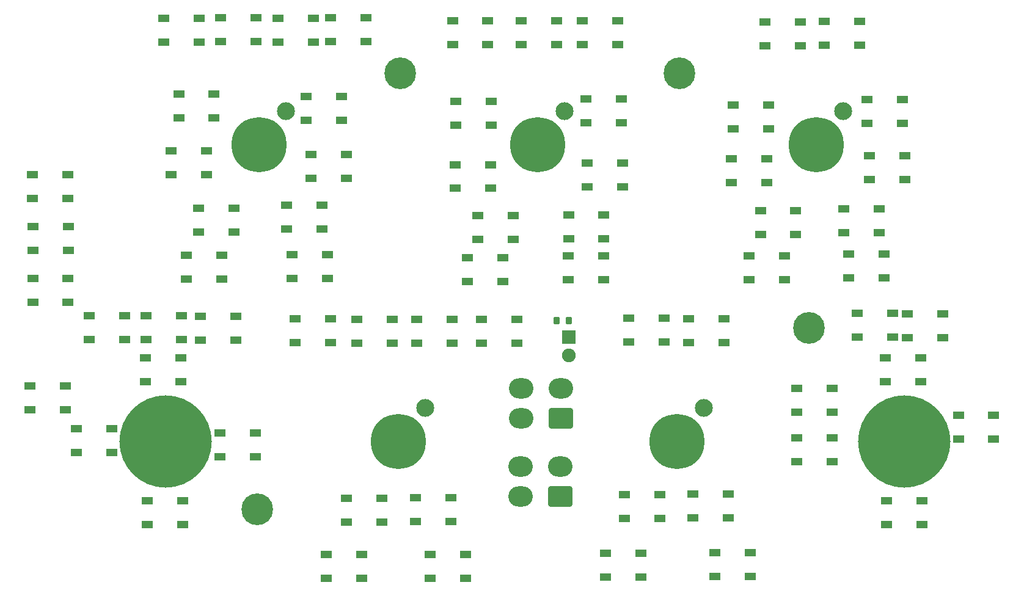
<source format=gbr>
%TF.GenerationSoftware,KiCad,Pcbnew,(6.0.9)*%
%TF.CreationDate,2022-12-27T05:54:40-09:00*%
%TF.ProjectId,PCB_ INTR LT PANEL,5043422c-2049-44e5-9452-204c54205041,rev?*%
%TF.SameCoordinates,Original*%
%TF.FileFunction,Soldermask,Top*%
%TF.FilePolarity,Negative*%
%FSLAX46Y46*%
G04 Gerber Fmt 4.6, Leading zero omitted, Abs format (unit mm)*
G04 Created by KiCad (PCBNEW (6.0.9)) date 2022-12-27 05:54:40*
%MOMM*%
%LPD*%
G01*
G04 APERTURE LIST*
G04 Aperture macros list*
%AMRoundRect*
0 Rectangle with rounded corners*
0 $1 Rounding radius*
0 $2 $3 $4 $5 $6 $7 $8 $9 X,Y pos of 4 corners*
0 Add a 4 corners polygon primitive as box body*
4,1,4,$2,$3,$4,$5,$6,$7,$8,$9,$2,$3,0*
0 Add four circle primitives for the rounded corners*
1,1,$1+$1,$2,$3*
1,1,$1+$1,$4,$5*
1,1,$1+$1,$6,$7*
1,1,$1+$1,$8,$9*
0 Add four rect primitives between the rounded corners*
20,1,$1+$1,$2,$3,$4,$5,0*
20,1,$1+$1,$4,$5,$6,$7,0*
20,1,$1+$1,$6,$7,$8,$9,0*
20,1,$1+$1,$8,$9,$2,$3,0*%
G04 Aperture macros list end*
%ADD10RoundRect,0.250000X0.200000X0.275000X-0.200000X0.275000X-0.200000X-0.275000X0.200000X-0.275000X0*%
%ADD11RoundRect,0.300001X1.399999X-1.099999X1.399999X1.099999X-1.399999X1.099999X-1.399999X-1.099999X0*%
%ADD12O,3.400000X2.800000*%
%ADD13RoundRect,0.050000X-0.750000X-0.450000X0.750000X-0.450000X0.750000X0.450000X-0.750000X0.450000X0*%
%ADD14RoundRect,0.050000X-0.900000X0.900000X-0.900000X-0.900000X0.900000X-0.900000X0.900000X0.900000X0*%
%ADD15C,1.900000*%
%ADD16C,12.800000*%
%ADD17C,7.640752*%
%ADD18C,2.481250*%
%ADD19C,4.400000*%
G04 APERTURE END LIST*
D10*
%TO.C,R1*%
X116395000Y-91186000D03*
X114745000Y-91186000D03*
%TD*%
D11*
%TO.C,J2*%
X115250000Y-115600000D03*
D12*
X115250000Y-111400000D03*
X109750000Y-115600000D03*
X109750000Y-111400000D03*
%TD*%
D11*
%TO.C,J1*%
X115300000Y-104750000D03*
D12*
X115300000Y-100550000D03*
X109800000Y-104750000D03*
X109800000Y-100550000D03*
%TD*%
D13*
%TO.C,D66*%
X57990400Y-116155000D03*
X57990400Y-119455000D03*
X62890400Y-119455000D03*
X62890400Y-116155000D03*
%TD*%
%TO.C,D65*%
X48133000Y-106173000D03*
X48133000Y-109473000D03*
X53033000Y-109473000D03*
X53033000Y-106173000D03*
%TD*%
%TO.C,D64*%
X57711000Y-96317600D03*
X57711000Y-99617600D03*
X62611000Y-99617600D03*
X62611000Y-96317600D03*
%TD*%
%TO.C,D63*%
X68035000Y-106783000D03*
X68035000Y-110083000D03*
X72935000Y-110083000D03*
X72935000Y-106783000D03*
%TD*%
%TO.C,D62*%
X82831600Y-123572000D03*
X82831600Y-126872000D03*
X87731600Y-126872000D03*
X87731600Y-123572000D03*
%TD*%
%TO.C,D61*%
X85574800Y-115799000D03*
X85574800Y-119099000D03*
X90474800Y-119099000D03*
X90474800Y-115799000D03*
%TD*%
%TO.C,D60*%
X95150600Y-115749000D03*
X95150600Y-119049000D03*
X100050600Y-119049000D03*
X100050600Y-115749000D03*
%TD*%
%TO.C,D59*%
X97208000Y-123597000D03*
X97208000Y-126897000D03*
X102108000Y-126897000D03*
X102108000Y-123597000D03*
%TD*%
%TO.C,D58*%
X121490000Y-123419000D03*
X121490000Y-126719000D03*
X126390000Y-126719000D03*
X126390000Y-123419000D03*
%TD*%
%TO.C,D57*%
X124125000Y-115275000D03*
X124125000Y-118575000D03*
X129025000Y-118575000D03*
X129025000Y-115275000D03*
%TD*%
%TO.C,D56*%
X133625000Y-115250000D03*
X133625000Y-118550000D03*
X138525000Y-118550000D03*
X138525000Y-115250000D03*
%TD*%
%TO.C,D55*%
X136629000Y-123394000D03*
X136629000Y-126694000D03*
X141529000Y-126694000D03*
X141529000Y-123394000D03*
%TD*%
%TO.C,D54*%
X148008000Y-100560000D03*
X148008000Y-103860000D03*
X152908000Y-103860000D03*
X152908000Y-100560000D03*
%TD*%
%TO.C,D53*%
X147983000Y-107469000D03*
X147983000Y-110769000D03*
X152883000Y-110769000D03*
X152883000Y-107469000D03*
%TD*%
%TO.C,D52*%
X160466000Y-116155000D03*
X160466000Y-119455000D03*
X165366000Y-119455000D03*
X165366000Y-116155000D03*
%TD*%
%TO.C,D51*%
X170385000Y-104268000D03*
X170385000Y-107568000D03*
X175285000Y-107568000D03*
X175285000Y-104268000D03*
%TD*%
%TO.C,D50*%
X160276000Y-96317600D03*
X160276000Y-99617600D03*
X165176000Y-99617600D03*
X165176000Y-96317600D03*
%TD*%
%TO.C,D49*%
X163299000Y-90247400D03*
X163299000Y-93547400D03*
X168199000Y-93547400D03*
X168199000Y-90247400D03*
%TD*%
%TO.C,D48*%
X156339000Y-90196200D03*
X156339000Y-93496200D03*
X161239000Y-93496200D03*
X161239000Y-90196200D03*
%TD*%
%TO.C,D47*%
X155171000Y-81915800D03*
X155171000Y-85215800D03*
X160071000Y-85215800D03*
X160071000Y-81915800D03*
%TD*%
%TO.C,D46*%
X154522000Y-75667600D03*
X154522000Y-78967600D03*
X159422000Y-78967600D03*
X159422000Y-75667600D03*
%TD*%
%TO.C,D45*%
X158100000Y-68300000D03*
X158100000Y-71600000D03*
X163000000Y-71600000D03*
X163000000Y-68300000D03*
%TD*%
%TO.C,D44*%
X157725000Y-60525000D03*
X157725000Y-63825000D03*
X162625000Y-63825000D03*
X162625000Y-60525000D03*
%TD*%
%TO.C,D43*%
X139200000Y-61275000D03*
X139200000Y-64575000D03*
X144100000Y-64575000D03*
X144100000Y-61275000D03*
%TD*%
%TO.C,D42*%
X138925000Y-68725000D03*
X138925000Y-72025000D03*
X143825000Y-72025000D03*
X143825000Y-68725000D03*
%TD*%
%TO.C,D41*%
X142953000Y-75921400D03*
X142953000Y-79221400D03*
X147853000Y-79221400D03*
X147853000Y-75921400D03*
%TD*%
%TO.C,D40*%
X141351000Y-82195200D03*
X141351000Y-85495200D03*
X146251000Y-85495200D03*
X146251000Y-82195200D03*
%TD*%
%TO.C,D39*%
X132971000Y-90907400D03*
X132971000Y-94207400D03*
X137871000Y-94207400D03*
X137871000Y-90907400D03*
%TD*%
%TO.C,D38*%
X124702000Y-90856800D03*
X124702000Y-94156800D03*
X129602000Y-94156800D03*
X129602000Y-90856800D03*
%TD*%
%TO.C,D37*%
X116360000Y-82221000D03*
X116360000Y-85521000D03*
X121260000Y-85521000D03*
X121260000Y-82221000D03*
%TD*%
%TO.C,D36*%
X116371000Y-76556600D03*
X116371000Y-79856600D03*
X121271000Y-79856600D03*
X121271000Y-76556600D03*
%TD*%
%TO.C,D35*%
X118925000Y-69300000D03*
X118925000Y-72600000D03*
X123825000Y-72600000D03*
X123825000Y-69300000D03*
%TD*%
%TO.C,D34*%
X118775000Y-60475000D03*
X118775000Y-63775000D03*
X123675000Y-63775000D03*
X123675000Y-60475000D03*
%TD*%
%TO.C,D33*%
X100725000Y-60825000D03*
X100725000Y-64125000D03*
X105625000Y-64125000D03*
X105625000Y-60825000D03*
%TD*%
%TO.C,D32*%
X100650000Y-69550000D03*
X100650000Y-72850000D03*
X105550000Y-72850000D03*
X105550000Y-69550000D03*
%TD*%
%TO.C,D31*%
X103761000Y-76658000D03*
X103761000Y-79958000D03*
X108661000Y-79958000D03*
X108661000Y-76658000D03*
%TD*%
%TO.C,D30*%
X102362000Y-82449200D03*
X102362000Y-85749200D03*
X107262000Y-85749200D03*
X107262000Y-82449200D03*
%TD*%
%TO.C,D29*%
X104281000Y-90983800D03*
X104281000Y-94283800D03*
X109181000Y-94283800D03*
X109181000Y-90983800D03*
%TD*%
%TO.C,D28*%
X95340000Y-90983800D03*
X95340000Y-94283800D03*
X100240000Y-94283800D03*
X100240000Y-90983800D03*
%TD*%
%TO.C,D27*%
X86997200Y-91009000D03*
X86997200Y-94309000D03*
X91897200Y-94309000D03*
X91897200Y-91009000D03*
%TD*%
%TO.C,D26*%
X78499800Y-90933000D03*
X78499800Y-94233000D03*
X83399800Y-94233000D03*
X83399800Y-90933000D03*
%TD*%
%TO.C,D25*%
X78042600Y-82068400D03*
X78042600Y-85368400D03*
X82942600Y-85368400D03*
X82942600Y-82068400D03*
%TD*%
%TO.C,D24*%
X77292200Y-75210200D03*
X77292200Y-78510200D03*
X82192200Y-78510200D03*
X82192200Y-75210200D03*
%TD*%
%TO.C,D23*%
X80675000Y-68150000D03*
X80675000Y-71450000D03*
X85575000Y-71450000D03*
X85575000Y-68150000D03*
%TD*%
%TO.C,D22*%
X79975000Y-60125000D03*
X79975000Y-63425000D03*
X84875000Y-63425000D03*
X84875000Y-60125000D03*
%TD*%
%TO.C,D21*%
X62350000Y-59800000D03*
X62350000Y-63100000D03*
X67250000Y-63100000D03*
X67250000Y-59800000D03*
%TD*%
%TO.C,D20*%
X61300000Y-67650000D03*
X61300000Y-70950000D03*
X66200000Y-70950000D03*
X66200000Y-67650000D03*
%TD*%
%TO.C,D19*%
X65088600Y-75566000D03*
X65088600Y-78866000D03*
X69988600Y-78866000D03*
X69988600Y-75566000D03*
%TD*%
%TO.C,D18*%
X63423800Y-82119000D03*
X63423800Y-85419000D03*
X68323800Y-85419000D03*
X68323800Y-82119000D03*
%TD*%
%TO.C,D17*%
X65331000Y-90602600D03*
X65331000Y-93902600D03*
X70231000Y-93902600D03*
X70231000Y-90602600D03*
%TD*%
%TO.C,D16*%
X57785000Y-90526400D03*
X57785000Y-93826400D03*
X62685000Y-93826400D03*
X62685000Y-90526400D03*
%TD*%
%TO.C,D15*%
X49936400Y-90475600D03*
X49936400Y-93775600D03*
X54836400Y-93775600D03*
X54836400Y-90475600D03*
%TD*%
%TO.C,D14*%
X41759800Y-100204000D03*
X41759800Y-103504000D03*
X46659800Y-103504000D03*
X46659800Y-100204000D03*
%TD*%
%TO.C,D13*%
X42115400Y-85344800D03*
X42115400Y-88644800D03*
X47015400Y-88644800D03*
X47015400Y-85344800D03*
%TD*%
%TO.C,D12*%
X42127000Y-78131400D03*
X42127000Y-81431400D03*
X47027000Y-81431400D03*
X47027000Y-78131400D03*
%TD*%
%TO.C,D11*%
X42064600Y-70968400D03*
X42064600Y-74268400D03*
X46964600Y-74268400D03*
X46964600Y-70968400D03*
%TD*%
%TO.C,D10*%
X60299600Y-49251400D03*
X60299600Y-52551400D03*
X65199600Y-52551400D03*
X65199600Y-49251400D03*
%TD*%
%TO.C,D9*%
X68122800Y-49226000D03*
X68122800Y-52526000D03*
X73022800Y-52526000D03*
X73022800Y-49226000D03*
%TD*%
%TO.C,D8*%
X76126000Y-49251800D03*
X76126000Y-52551800D03*
X81026000Y-52551800D03*
X81026000Y-49251800D03*
%TD*%
%TO.C,D7*%
X83390400Y-49200600D03*
X83390400Y-52500600D03*
X88290400Y-52500600D03*
X88290400Y-49200600D03*
%TD*%
%TO.C,D6*%
X100279000Y-49607000D03*
X100279000Y-52907000D03*
X105179000Y-52907000D03*
X105179000Y-49607000D03*
%TD*%
%TO.C,D5*%
X109781000Y-49607000D03*
X109781000Y-52907000D03*
X114681000Y-52907000D03*
X114681000Y-49607000D03*
%TD*%
%TO.C,D4*%
X118237000Y-49632800D03*
X118237000Y-52932800D03*
X123137000Y-52932800D03*
X123137000Y-49632800D03*
%TD*%
%TO.C,D3*%
X143600000Y-49759600D03*
X143600000Y-53059600D03*
X148500000Y-53059600D03*
X148500000Y-49759600D03*
%TD*%
%TO.C,D2*%
X151830000Y-49708800D03*
X151830000Y-53008800D03*
X156730000Y-53008800D03*
X156730000Y-49708800D03*
%TD*%
D14*
%TO.C,D1*%
X116434000Y-93497400D03*
D15*
X116434000Y-96037400D03*
%TD*%
D16*
%TO.C,8*%
X60502800Y-107950000D03*
%TD*%
D17*
%TO.C,9*%
X92760800Y-107950000D03*
D18*
X96536722Y-103287124D03*
D17*
X92760800Y-107950000D03*
%TD*%
D16*
%TO.C,11*%
X162864800Y-107950000D03*
X162864800Y-107950000D03*
%TD*%
D19*
%TO.C,4*%
X73202800Y-117348000D03*
%TD*%
%TO.C,3*%
X149656800Y-92202000D03*
%TD*%
%TO.C,1*%
X93014800Y-56896000D03*
%TD*%
%TO.C,2*%
X131749800Y-56896000D03*
%TD*%
D18*
%TO.C,5*%
X77232722Y-62139124D03*
D17*
X73456800Y-66802000D03*
X73456800Y-66802000D03*
%TD*%
%TO.C,6*%
X112064800Y-66802000D03*
X112064800Y-66802000D03*
D18*
X115840722Y-62139124D03*
%TD*%
D17*
%TO.C,7*%
X150672800Y-66802000D03*
X150672800Y-66802000D03*
D18*
X154448722Y-62139124D03*
%TD*%
D17*
%TO.C,10*%
X131368800Y-107950000D03*
D18*
X135144722Y-103287124D03*
D17*
X131368800Y-107950000D03*
%TD*%
M02*

</source>
